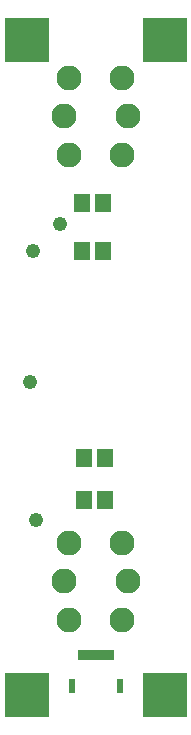
<source format=gts>
G04 Layer_Color=8388736*
%FSAX24Y24*%
%MOIN*%
G70*
G01*
G75*
%ADD19R,0.0533X0.0631*%
%ADD20R,0.0198X0.0474*%
%ADD21R,0.0198X0.0356*%
%ADD22C,0.0830*%
%ADD23R,0.1480X0.1480*%
%ADD24C,0.0480*%
D19*
X013106Y019100D02*
D03*
X013794D02*
D03*
X013106Y017700D02*
D03*
X013794D02*
D03*
X013056Y027600D02*
D03*
X013744D02*
D03*
X013056Y026000D02*
D03*
X013744D02*
D03*
D20*
X012697Y011497D02*
D03*
X014303D02*
D03*
D21*
X013008Y012540D02*
D03*
X013205D02*
D03*
X013402D02*
D03*
X013598D02*
D03*
X013795D02*
D03*
X013992D02*
D03*
D22*
X012614Y013720D02*
D03*
Y016280D02*
D03*
X014384D02*
D03*
Y013720D02*
D03*
X014563Y015000D02*
D03*
X012437D02*
D03*
X012614Y029220D02*
D03*
Y031780D02*
D03*
X014384D02*
D03*
Y029220D02*
D03*
X014563Y030500D02*
D03*
X012437D02*
D03*
D23*
X011200Y011200D02*
D03*
X015800D02*
D03*
Y033050D02*
D03*
X011200D02*
D03*
D24*
X011500Y017050D02*
D03*
X011300Y021650D02*
D03*
X011400Y026000D02*
D03*
X012300Y026900D02*
D03*
M02*

</source>
